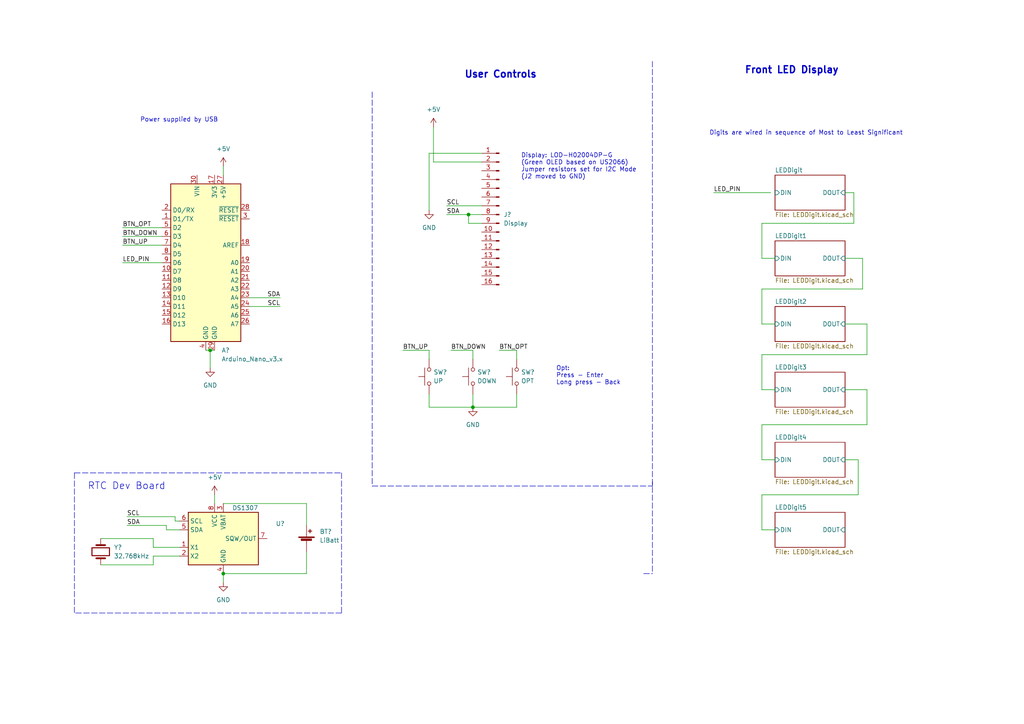
<source format=kicad_sch>
(kicad_sch (version 20211123) (generator eeschema)
  (paper "A4")
  (lib_symbols
    (symbol "Connector:Conn_01x16_Male" (pin_names (offset 1.016) hide)
      (property "Reference" "J" (at 0 20.32 0))
      (property "Value" "Conn_01x16_Male" (at 0 -22.86 0))
      (symbol "Conn_01x16_Male_1_1"
        (polyline (pts (xy 1.27 -20.32) (xy 0.8636 -20.32)) (stroke (width 0.1524)))
        (polyline (pts (xy 1.27 -17.78) (xy 0.8636 -17.78)) (stroke (width 0.1524)))
        (polyline (pts (xy 1.27 -15.24) (xy 0.8636 -15.24)) (stroke (width 0.1524)))
        (polyline (pts (xy 1.27 -12.7) (xy 0.8636 -12.7)) (stroke (width 0.1524)))
        (polyline (pts (xy 1.27 -10.16) (xy 0.8636 -10.16)) (stroke (width 0.1524)))
        (polyline (pts (xy 1.27 -7.62) (xy 0.8636 -7.62)) (stroke (width 0.1524)))
        (polyline (pts (xy 1.27 -5.08) (xy 0.8636 -5.08)) (stroke (width 0.1524)))
        (polyline (pts (xy 1.27 -2.54) (xy 0.8636 -2.54)) (stroke (width 0.1524)))
        (polyline (pts (xy 1.27 0) (xy 0.8636 0)) (stroke (width 0.1524)))
        (polyline (pts (xy 1.27 2.54) (xy 0.8636 2.54)) (stroke (width 0.1524)))
        (polyline (pts (xy 1.27 5.08) (xy 0.8636 5.08)) (stroke (width 0.1524)))
        (polyline (pts (xy 1.27 7.62) (xy 0.8636 7.62)) (stroke (width 0.1524)))
        (polyline (pts (xy 1.27 10.16) (xy 0.8636 10.16)) (stroke (width 0.1524)))
        (polyline (pts (xy 1.27 12.7) (xy 0.8636 12.7)) (stroke (width 0.1524)))
        (polyline (pts (xy 1.27 15.24) (xy 0.8636 15.24)) (stroke (width 0.1524)))
        (polyline (pts (xy 1.27 17.78) (xy 0.8636 17.78)) (stroke (width 0.1524)))
        (rectangle (start 0.8636 -20.193) (end 0 -20.447) (stroke (width 0.1524)) (fill (type outline)))
        (rectangle (start 0.8636 -17.653) (end 0 -17.907) (stroke (width 0.1524)) (fill (type outline)))
        (rectangle (start 0.8636 -15.113) (end 0 -15.367) (stroke (width 0.1524)) (fill (type outline)))
        (rectangle (start 0.8636 -12.573) (end 0 -12.827) (stroke (width 0.1524)) (fill (type outline)))
        (rectangle (start 0.8636 -10.033) (end 0 -10.287) (stroke (width 0.1524)) (fill (type outline)))
        (rectangle (start 0.8636 -7.493) (end 0 -7.747) (stroke (width 0.1524)) (fill (type outline)))
        (rectangle (start 0.8636 -4.953) (end 0 -5.207) (stroke (width 0.1524)) (fill (type outline)))
        (rectangle (start 0.8636 -2.413) (end 0 -2.667) (stroke (width 0.1524)) (fill (type outline)))
        (rectangle (start 0.8636 0.127) (end 0 -0.127) (stroke (width 0.1524)) (fill (type outline)))
        (rectangle (start 0.8636 2.667) (end 0 2.413) (stroke (width 0.1524)) (fill (type outline)))
        (rectangle (start 0.8636 5.207) (end 0 4.953) (stroke (width 0.1524)) (fill (type outline)))
        (rectangle (start 0.8636 7.747) (end 0 7.493) (stroke (width 0.1524)) (fill (type outline)))
        (rectangle (start 0.8636 10.287) (end 0 10.033) (stroke (width 0.1524)) (fill (type outline)))
        (rectangle (start 0.8636 12.827) (end 0 12.573) (stroke (width 0.1524)) (fill (type outline)))
        (rectangle (start 0.8636 15.367) (end 0 15.113) (stroke (width 0.1524)) (fill (type outline)))
        (rectangle (start 0.8636 17.907) (end 0 17.653) (stroke (width 0.1524)) (fill (type outline)))
        (pin passive line (at 5.08 17.78 180) (length 3.81) (name "Pin_1") (number "1"))
        (pin passive line (at 5.08 -5.08 180) (length 3.81) (name "Pin_10") (number "10"))
        (pin passive line (at 5.08 -7.62 180) (length 3.81) (name "Pin_11") (number "11"))
        (pin passive line (at 5.08 -10.16 180) (length 3.81) (name "Pin_12") (number "12"))
        (pin passive line (at 5.08 -12.7 180) (length 3.81) (name "Pin_13") (number "13"))
        (pin passive line (at 5.08 -15.24 180) (length 3.81) (name "Pin_14") (number "14"))
        (pin passive line (at 5.08 -17.78 180) (length 3.81) (name "Pin_15") (number "15"))
        (pin passive line (at 5.08 -20.32 180) (length 3.81) (name "Pin_16") (number "16"))
        (pin passive line (at 5.08 15.24 180) (length 3.81) (name "Pin_2") (number "2"))
        (pin passive line (at 5.08 12.7 180) (length 3.81) (name "Pin_3") (number "3"))
        (pin passive line (at 5.08 10.16 180) (length 3.81) (name "Pin_4") (number "4"))
        (pin passive line (at 5.08 7.62 180) (length 3.81) (name "Pin_5") (number "5"))
        (pin passive line (at 5.08 5.08 180) (length 3.81) (name "Pin_6") (number "6"))
        (pin passive line (at 5.08 2.54 180) (length 3.81) (name "Pin_7") (number "7"))
        (pin passive line (at 5.08 0 180) (length 3.81) (name "Pin_8") (number "8"))
        (pin passive line (at 5.08 -2.54 180) (length 3.81) (name "Pin_9") (number "9"))
      )
    )
    (symbol "Device:Battery_Cell" (pin_numbers hide) (pin_names (offset 0) hide)
      (property "Reference" "BT" (at 2.54 2.54 0))
      (property "Value" "Battery_Cell" (at 2.54 0 0))
      (symbol "Battery_Cell_0_1"
        (rectangle (start -2.286 1.778) (end 2.286 1.524) (fill (type outline)))
        (rectangle (start -1.5748 1.1938) (end 1.4732 0.6858) (fill (type outline)))
        (polyline (pts (xy 0 0.762) (xy 0 0)))
        (polyline (pts (xy 0 1.778) (xy 0 2.54)))
        (polyline (pts (xy 0.508 3.429) (xy 1.524 3.429)) (stroke (width 0.254)))
        (polyline (pts (xy 1.016 3.937) (xy 1.016 2.921)) (stroke (width 0.254)))
      )
      (symbol "Battery_Cell_1_1"
        (pin passive line (at 0 5.08 270) (length 2.54) (name "+") (number "1"))
        (pin passive line (at 0 -2.54 90) (length 2.54) (name "-") (number "2"))
      )
    )
    (symbol "Device:Crystal" (pin_numbers hide) (pin_names (offset 1.016) hide)
      (property "Reference" "Y" (at 0 3.81 0))
      (property "Value" "Crystal" (at 0 -3.81 0))
      (symbol "Crystal_0_1"
        (rectangle (start -1.143 2.54) (end 1.143 -2.54) (stroke (width 0.3048)))
        (polyline (pts (xy -2.54 0) (xy -1.905 0)))
        (polyline (pts (xy -1.905 -1.27) (xy -1.905 1.27)) (stroke (width 0.508)))
        (polyline (pts (xy 1.905 -1.27) (xy 1.905 1.27)) (stroke (width 0.508)))
        (polyline (pts (xy 2.54 0) (xy 1.905 0)))
      )
      (symbol "Crystal_1_1"
        (pin passive line (at -3.81 0 0) (length 1.27) (name "1") (number "1"))
        (pin passive line (at 3.81 0 180) (length 1.27) (name "2") (number "2"))
      )
    )
    (symbol "MCU_Module:Arduino_Nano_v3.x"
      (property "Reference" "A" (at -10.16 23.495 0))
      (property "Value" "Arduino_Nano_v3.x" (at 5.08 -24.13 0))
      (symbol "Arduino_Nano_v3.x_0_1"
        (rectangle (start -10.16 22.86) (end 10.16 -22.86) (stroke (width 0.254)) (fill (type background)))
      )
      (symbol "Arduino_Nano_v3.x_1_1"
        (pin bidirectional line (at -12.7 12.7 0) (length 2.54) (name "D1/TX") (number "1"))
        (pin bidirectional line (at -12.7 -2.54 0) (length 2.54) (name "D7") (number "10"))
        (pin bidirectional line (at -12.7 -5.08 0) (length 2.54) (name "D8") (number "11"))
        (pin bidirectional line (at -12.7 -7.62 0) (length 2.54) (name "D9") (number "12"))
        (pin bidirectional line (at -12.7 -10.16 0) (length 2.54) (name "D10") (number "13"))
        (pin bidirectional line (at -12.7 -12.7 0) (length 2.54) (name "D11") (number "14"))
        (pin bidirectional line (at -12.7 -15.24 0) (length 2.54) (name "D12") (number "15"))
        (pin bidirectional line (at -12.7 -17.78 0) (length 2.54) (name "D13") (number "16"))
        (pin power_out line (at 2.54 25.4 270) (length 2.54) (name "3V3") (number "17"))
        (pin input line (at 12.7 5.08 180) (length 2.54) (name "AREF") (number "18"))
        (pin bidirectional line (at 12.7 0 180) (length 2.54) (name "A0") (number "19"))
        (pin bidirectional line (at -12.7 15.24 0) (length 2.54) (name "D0/RX") (number "2"))
        (pin bidirectional line (at 12.7 -2.54 180) (length 2.54) (name "A1") (number "20"))
        (pin bidirectional line (at 12.7 -5.08 180) (length 2.54) (name "A2") (number "21"))
        (pin bidirectional line (at 12.7 -7.62 180) (length 2.54) (name "A3") (number "22"))
        (pin bidirectional line (at 12.7 -10.16 180) (length 2.54) (name "A4") (number "23"))
        (pin bidirectional line (at 12.7 -12.7 180) (length 2.54) (name "A5") (number "24"))
        (pin bidirectional line (at 12.7 -15.24 180) (length 2.54) (name "A6") (number "25"))
        (pin bidirectional line (at 12.7 -17.78 180) (length 2.54) (name "A7") (number "26"))
        (pin power_out line (at 5.08 25.4 270) (length 2.54) (name "+5V") (number "27"))
        (pin input line (at 12.7 15.24 180) (length 2.54) (name "~{RESET}") (number "28"))
        (pin power_in line (at 2.54 -25.4 90) (length 2.54) (name "GND") (number "29"))
        (pin input line (at 12.7 12.7 180) (length 2.54) (name "~{RESET}") (number "3"))
        (pin power_in line (at -2.54 25.4 270) (length 2.54) (name "VIN") (number "30"))
        (pin power_in line (at 0 -25.4 90) (length 2.54) (name "GND") (number "4"))
        (pin bidirectional line (at -12.7 10.16 0) (length 2.54) (name "D2") (number "5"))
        (pin bidirectional line (at -12.7 7.62 0) (length 2.54) (name "D3") (number "6"))
        (pin bidirectional line (at -12.7 5.08 0) (length 2.54) (name "D4") (number "7"))
        (pin bidirectional line (at -12.7 2.54 0) (length 2.54) (name "D5") (number "8"))
        (pin bidirectional line (at -12.7 0 0) (length 2.54) (name "D6") (number "9"))
      )
    )
    (symbol "Switch:SW_Push" (pin_numbers hide) (pin_names (offset 1.016) hide)
      (property "Reference" "SW" (at 1.27 2.54 0))
      (property "Value" "SW_Push" (at 0 -1.524 0))
      (symbol "SW_Push_0_1"
        (circle (center -2.032 0) (radius 0.508))
        (polyline (pts (xy 0 1.27) (xy 0 3.048)))
        (polyline (pts (xy 2.54 1.27) (xy -2.54 1.27)))
        (circle (center 2.032 0) (radius 0.508))
        (pin passive line (at -5.08 0 0) (length 2.54) (name "1") (number "1"))
        (pin passive line (at 5.08 0 180) (length 2.54) (name "2") (number "2"))
      )
    )
    (symbol "Timer_RTC:DS1307Z+"
      (property "Reference" "U" (at -8.89 8.89 0))
      (property "Value" "DS1307Z+" (at 1.27 8.89 0))
      (symbol "DS1307Z+_0_1"
        (rectangle (start -10.16 7.62) (end 10.16 -7.62) (stroke (width 0.254)) (fill (type background)))
      )
      (symbol "DS1307Z+_1_1"
        (pin input line (at -12.7 -2.54 0) (length 2.54) (name "X1") (number "1"))
        (pin input line (at -12.7 -5.08 0) (length 2.54) (name "X2") (number "2"))
        (pin power_in line (at 0 10.16 270) (length 2.54) (name "VBAT") (number "3"))
        (pin power_in line (at 0 -10.16 90) (length 2.54) (name "GND") (number "4"))
        (pin bidirectional line (at -12.7 2.54 0) (length 2.54) (name "SDA") (number "5"))
        (pin input line (at -12.7 5.08 0) (length 2.54) (name "SCL") (number "6"))
        (pin open_collector line (at 12.7 0 180) (length 2.54) (name "SQW/OUT") (number "7"))
        (pin power_in line (at -2.54 10.16 270) (length 2.54) (name "VCC") (number "8"))
      )
    )
    (symbol "power:+5V" (power) (pin_names (offset 0))
      (property "Value" "+5V" (at 0 3.556 0))
      (symbol "+5V_0_1"
        (polyline (pts (xy -0.762 1.27) (xy 0 2.54)))
        (polyline (pts (xy 0 0) (xy 0 2.54)))
        (polyline (pts (xy 0 2.54) (xy 0.762 1.27)))
      )
      (symbol "+5V_1_1"
        (pin power_in line (at 0 0 90) (length 0) hide (name "+5V") (number "1"))
      )
    )
    (symbol "power:GND" (power) (pin_names (offset 0))
      (property "Value" "GND" (at 0 -3.81 0))
      (symbol "GND_0_1"
        (polyline (pts (xy 0 0) (xy 0 -1.27) (xy 1.27 -1.27) (xy 0 -2.54) (xy -1.27 -1.27) (xy 0 -1.27)))
      )
      (symbol "GND_1_1"
        (pin power_in line (at 0 0 270) (length 0) hide (name "GND") (number "1"))
      )
    )
  )
  (junction (at 60.96 101.6))
  (junction (at 135.89 62.23))
  (junction (at 137.16 118.11))
  (junction (at 64.77 166.37))
  (wire (pts (xy 130.81 101.6) (xy 137.16 101.6)))
  (wire (pts (xy 220.98 133.35) (xy 224.79 133.35)))
  (wire (pts (xy 36.83 149.86) (xy 50.8 149.86)))
  (polyline (pts (xy 99.06 177.8) (xy 21.59 177.8)))
  (wire (pts (xy 251.46 123.19) (xy 220.98 123.19)))
  (wire (pts (xy 124.46 101.6) (xy 124.46 104.14)))
  (wire (pts (xy 124.46 114.3) (xy 124.46 118.11)))
  (polyline (pts (xy 107.95 26.67) (xy 107.95 140.97)))
  (wire (pts (xy 35.56 68.58) (xy 46.99 68.58)))
  (wire (pts (xy 124.46 60.96) (xy 124.46 44.45)))
  (wire (pts (xy 245.11 93.98) (xy 251.46 93.98)))
  (wire (pts (xy 124.46 118.11) (xy 137.16 118.11)))
  (wire (pts (xy 60.96 101.6) (xy 62.23 101.6)))
  (wire (pts (xy 125.73 46.99) (xy 125.73 36.83)))
  (wire (pts (xy 62.23 143.51) (xy 62.23 146.05)))
  (wire (pts (xy 88.9 146.05) (xy 88.9 152.4)))
  (wire (pts (xy 29.21 156.21) (xy 44.45 156.21)))
  (wire (pts (xy 52.07 161.29) (xy 44.45 161.29)))
  (wire (pts (xy 44.45 158.75) (xy 52.07 158.75)))
  (wire (pts (xy 48.26 152.4) (xy 48.26 153.67)))
  (wire (pts (xy 220.98 123.19) (xy 220.98 133.35)))
  (wire (pts (xy 64.77 166.37) (xy 88.9 166.37)))
  (wire (pts (xy 124.46 44.45) (xy 139.7 44.45)))
  (polyline (pts (xy 186.69 166.37) (xy 189.23 166.37)))
  (wire (pts (xy 129.54 62.23) (xy 135.89 62.23)))
  (wire (pts (xy 220.98 74.93) (xy 224.79 74.93)))
  (wire (pts (xy 44.45 161.29) (xy 44.45 163.83)))
  (wire (pts (xy 247.65 64.77) (xy 220.98 64.77)))
  (wire (pts (xy 245.11 113.03) (xy 251.46 113.03)))
  (polyline (pts (xy 21.59 137.16) (xy 21.59 177.8)))
  (wire (pts (xy 88.9 166.37) (xy 88.9 160.02)))
  (polyline (pts (xy 21.59 137.16) (xy 99.06 137.16)))
  (wire (pts (xy 135.89 64.77) (xy 135.89 62.23)))
  (wire (pts (xy 35.56 71.12) (xy 46.99 71.12)))
  (wire (pts (xy 220.98 113.03) (xy 224.79 113.03)))
  (wire (pts (xy 137.16 114.3) (xy 137.16 118.11)))
  (wire (pts (xy 64.77 146.05) (xy 88.9 146.05)))
  (wire (pts (xy 44.45 156.21) (xy 44.45 158.75)))
  (wire (pts (xy 116.84 101.6) (xy 124.46 101.6)))
  (wire (pts (xy 220.98 83.82) (xy 220.98 93.98)))
  (wire (pts (xy 139.7 46.99) (xy 125.73 46.99)))
  (polyline (pts (xy 99.06 137.16) (xy 99.06 177.8)))
  (wire (pts (xy 60.96 106.68) (xy 60.96 101.6)))
  (wire (pts (xy 220.98 64.77) (xy 220.98 74.93)))
  (wire (pts (xy 137.16 101.6) (xy 137.16 104.14)))
  (wire (pts (xy 35.56 66.04) (xy 46.99 66.04)))
  (wire (pts (xy 220.98 143.51) (xy 220.98 153.67)))
  (wire (pts (xy 137.16 118.11) (xy 149.86 118.11)))
  (wire (pts (xy 48.26 153.67) (xy 52.07 153.67)))
  (wire (pts (xy 251.46 113.03) (xy 251.46 123.19)))
  (wire (pts (xy 139.7 64.77) (xy 135.89 64.77)))
  (wire (pts (xy 29.21 163.83) (xy 44.45 163.83)))
  (wire (pts (xy 64.77 48.26) (xy 64.77 50.8)))
  (wire (pts (xy 220.98 102.87) (xy 220.98 113.03)))
  (wire (pts (xy 245.11 74.93) (xy 250.19 74.93)))
  (wire (pts (xy 149.86 118.11) (xy 149.86 114.3)))
  (wire (pts (xy 50.8 149.86) (xy 50.8 151.13)))
  (wire (pts (xy 59.69 101.6) (xy 60.96 101.6)))
  (wire (pts (xy 250.19 83.82) (xy 220.98 83.82)))
  (wire (pts (xy 250.19 74.93) (xy 250.19 83.82)))
  (wire (pts (xy 72.39 86.36) (xy 81.28 86.36)))
  (wire (pts (xy 220.98 93.98) (xy 224.79 93.98)))
  (wire (pts (xy 251.46 102.87) (xy 220.98 102.87)))
  (wire (pts (xy 149.86 101.6) (xy 149.86 104.14)))
  (wire (pts (xy 64.77 166.37) (xy 64.77 168.91)))
  (wire (pts (xy 248.92 143.51) (xy 220.98 143.51)))
  (wire (pts (xy 135.89 62.23) (xy 139.7 62.23)))
  (polyline (pts (xy 189.23 139.7) (xy 189.23 140.97)))
  (wire (pts (xy 35.56 76.2) (xy 46.99 76.2)))
  (wire (pts (xy 144.78 101.6) (xy 149.86 101.6)))
  (wire (pts (xy 245.11 55.88) (xy 247.65 55.88)))
  (polyline (pts (xy 107.95 140.97) (xy 189.23 140.97)))
  (wire (pts (xy 36.83 152.4) (xy 48.26 152.4)))
  (wire (pts (xy 245.11 133.35) (xy 248.92 133.35)))
  (wire (pts (xy 247.65 55.88) (xy 247.65 64.77)))
  (wire (pts (xy 72.39 88.9) (xy 81.28 88.9)))
  (wire (pts (xy 248.92 133.35) (xy 248.92 143.51)))
  (wire (pts (xy 220.98 153.67) (xy 224.79 153.67)))
  (wire (pts (xy 207.01 55.88) (xy 223.52 55.88)))
  (wire (pts (xy 129.54 59.69) (xy 139.7 59.69)))
  (wire (pts (xy 50.8 151.13) (xy 52.07 151.13)))
  (polyline (pts (xy 189.23 17.78) (xy 189.23 166.37)))
  (wire (pts (xy 251.46 93.98) (xy 251.46 102.87)))
  (text "Power supplied by USB" (at 40.64 35.56 0) (effects (font (size 1.27 1.27)) (justify left bottom)))
  (text "Opt:\nPress - Enter\nLong press - Back" (at 161.29 111.76 0) (effects (font (size 1.27 1.27)) (justify left bottom)))
  (text "Display: LOD-H02004DP-G\n(Green OLED based on US2066)\nJumper resistors set for I2C Mode\n(J2 moved to GND)" (at 151.13 52.07 0) (effects (font (size 1.27 1.27)) (justify left bottom)))
  (text "RTC Dev Board" (at 25.4 142.24 0) (effects (font (size 2 2)) (justify left bottom)))
  (text "Front LED Display" (at 215.9 21.59 0) (effects (font (size 2 2) (thickness 0.4) bold) (justify left bottom)))
  (text "User Controls" (at 134.62 22.86 0) (effects (font (size 2 2) (thickness 0.4) bold) (justify left bottom)))
  (text "Digits are wired in sequence of Most to Least Significant" (at 205.74 39.37 0) (effects (font (size 1.27 1.27)) (justify left bottom)))
  (label "BTN_UP" (at 116.84 101.6 0))
  (label "LED_PIN" (at 35.56 76.2 0))
  (label "SDA" (at 36.83 152.4 0))
  (label "LED_PIN" (at 207.01 55.88 0))
  (label "BTN_OPT" (at 144.78 101.6 0))
  (label "BTN_OPT" (at 35.56 66.04 0))
  (label "BTN_DOWN" (at 130.81 101.6 0))
  (label "SCL" (at 36.83 149.86 0))
  (label "BTN_DOWN" (at 35.56 68.58 0))
  (label "SDA" (at 129.54 62.23 0))
  (label "SCL" (at 129.54 59.69 0))
  (label "SCL" (at 81.28 88.9 180))
  (label "BTN_UP" (at 35.56 71.12 0))
  (label "SDA" (at 81.28 86.36 180))
  (symbol (lib_id "power:+5V") (at 125.73 36.83 0) (unit 1)
    (property "Reference" "#PWR?" (effects hide))
    (property "Value" "+5V" (at 125.73 31.75 0))
  )
  (symbol (lib_id "Timer_RTC:DS1307Z+") (at 64.77 156.21 0) (unit 1)
    (property "Reference" "U?" (at 81.28 151.8793 0))
    (property "Value" "DS1307" (at 71.12 147.32 0))
    (property "Footprint" "Package_SO:SOIC-8_3.9x4.9mm_P1.27mm" (effects hide))
    (property "Datasheet" "https://datasheets.maximintegrated.com/en/ds/DS1307.pdf" (effects hide))
  )
  (symbol (lib_id "power:GND") (at 137.16 118.11 0) (unit 1)
    (property "Reference" "#PWR?" (effects hide))
    (property "Value" "GND" (at 137.16 123.19 0))
  )
  (symbol (lib_id "Switch:SW_Push") (at 124.46 109.22 90) (unit 1)
    (property "Reference" "SW?" (at 125.73 107.9499 90) (effects (justify right)))
    (property "Value" "UP" (at 125.73 110.4899 90) (effects (justify right)))
  )
  (symbol (lib_id "power:+5V") (at 62.23 143.51 0) (unit 1)
    (property "Reference" "#PWR?" (effects hide))
    (property "Value" "+5V" (at 62.23 138.43 0))
  )
  (symbol (lib_id "power:GND") (at 124.46 60.96 0) (unit 1)
    (property "Reference" "#PWR?" (effects hide))
    (property "Value" "GND" (at 124.46 66.04 0))
  )
  (symbol (lib_id "MCU_Module:Arduino_Nano_v3.x") (at 59.69 76.2 0) (unit 1)
    (property "Reference" "A?" (at 64.2494 101.6 0) (effects (justify left)))
    (property "Value" "Arduino_Nano_v3.x" (at 64.2494 104.14 0) (effects (justify left)))
    (property "Footprint" "Module:Arduino_Nano" (effects hide))
    (property "Datasheet" "http://www.mouser.com/pdfdocs/Gravitech_Arduino_Nano3_0.pdf" (effects hide))
  )
  (symbol (lib_id "Switch:SW_Push") (at 137.16 109.22 90) (unit 1)
    (property "Reference" "SW?" (at 138.43 107.9499 90) (effects (justify right)))
    (property "Value" "DOWN" (at 138.43 110.4899 90) (effects (justify right)))
  )
  (symbol (lib_id "Device:Battery_Cell") (at 88.9 157.48 0) (unit 1)
    (property "Reference" "BT?" (at 92.71 154.1779 0) (effects (justify left)))
    (property "Value" "LiBatt" (at 92.71 156.7179 0) (effects (justify left)))
  )
  (symbol (lib_id "Connector:Conn_01x16_Male") (at 144.78 62.23 0) (mirror y) (unit 1)
    (property "Reference" "J?" (at 146.05 62.2299 0) (effects (justify right)))
    (property "Value" "Display" (at 146.05 64.7699 0) (effects (justify right)))
  )
  (symbol (lib_id "power:GND") (at 60.96 106.68 0) (unit 1)
    (property "Reference" "#PWR?" (effects hide))
    (property "Value" "GND" (at 60.96 111.76 0))
  )
  (symbol (lib_id "Switch:SW_Push") (at 149.86 109.22 90) (unit 1)
    (property "Reference" "SW?" (at 151.13 107.9499 90) (effects (justify right)))
    (property "Value" "OPT" (at 151.13 110.4899 90) (effects (justify right)))
  )
  (symbol (lib_id "Device:Crystal") (at 29.21 160.02 90) (unit 1)
    (property "Reference" "Y?" (at 33.02 158.7499 90) (effects (justify right)))
    (property "Value" "32.768kHz" (at 33.02 161.29 90) (effects (justify right)))
  )
  (symbol (lib_id "power:+5V") (at 64.77 48.26 0) (unit 1)
    (property "Reference" "#PWR?" (effects hide))
    (property "Value" "+5V" (at 64.77 43.18 0))
  )
  (symbol (lib_id "power:GND") (at 64.77 168.91 0) (unit 1)
    (property "Reference" "#PWR?" (effects hide))
    (property "Value" "GND" (at 64.77 173.99 0))
  )
  (sheet (at 224.79 128.27) (size 20.32 10.16) (stroke (width 0.1524))
    (property "Sheet name" "LEDDigit4" (at 224.79 127.5584 0) (effects (justify left bottom)))
    (property "Sheet file" "LEDDigit.kicad_sch" (at 224.79 139.0146 0) (effects (justify left top)))
    (pin "DOUT" input (at 245.11 133.35 0))
    (pin "DIN" input (at 224.79 133.35 180))
  )
  (sheet (at 224.79 107.95) (size 20.32 10.16) (stroke (width 0.1524))
    (property "Sheet name" "LEDDigit3" (at 224.79 107.2384 0) (effects (justify left bottom)))
    (property "Sheet file" "LEDDigit.kicad_sch" (at 224.79 118.6946 0) (effects (justify left top)))
    (pin "DOUT" input (at 245.11 113.03 0))
    (pin "DIN" input (at 224.79 113.03 180))
  )
  (sheet (at 224.79 88.9) (size 20.32 10.16) (stroke (width 0.1524))
    (property "Sheet name" "LEDDigit2" (at 224.79 88.1884 0) (effects (justify left bottom)))
    (property "Sheet file" "LEDDigit.kicad_sch" (at 224.79 99.6446 0) (effects (justify left top)))
    (pin "DOUT" input (at 245.11 93.98 0))
    (pin "DIN" input (at 224.79 93.98 180))
  )
  (sheet (at 224.79 69.85) (size 20.32 10.16) (stroke (width 0.1524))
    (property "Sheet name" "LEDDigit1" (at 224.79 69.1384 0) (effects (justify left bottom)))
    (property "Sheet file" "LEDDigit.kicad_sch" (at 224.79 80.5946 0) (effects (justify left top)))
    (pin "DOUT" input (at 245.11 74.93 0))
    (pin "DIN" input (at 224.79 74.93 180))
  )
  (sheet (at 224.79 148.59) (size 20.32 10.16) (stroke (width 0.1524))
    (property "Sheet name" "LEDDigit5" (at 224.79 147.8784 0) (effects (justify left bottom)))
    (property "Sheet file" "LEDDigit.kicad_sch" (at 224.79 159.3346 0) (effects (justify left top)))
    (pin "DOUT" input (at 245.11 153.67 0))
    (pin "DIN" input (at 224.79 153.67 180))
  )
  (sheet (at 224.79 50.8) (size 20.32 10.16) (stroke (width 0.1524))
    (property "Sheet name" "LEDDigit" (at 224.79 50.0884 0) (effects (justify left bottom)))
    (property "Sheet file" "LEDDigit.kicad_sch" (at 224.79 61.5446 0) (effects (justify left top)))
    (pin "DOUT" input (at 245.11 55.88 0))
    (pin "DIN" input (at 224.79 55.88 180))
  )
)
</source>
